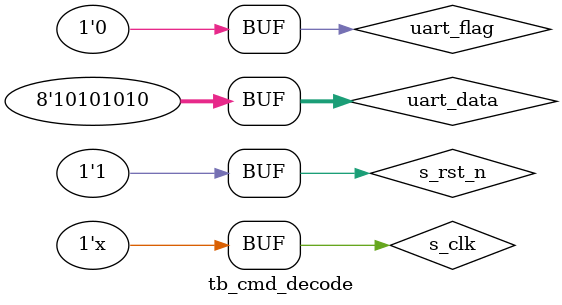
<source format=v>
`timescale      1ns/1ns

module tb_cmd_decode();

reg                             s_clk                           ;       
reg                             s_rst_n                         ;       
reg                             uart_flag                       ;       
reg [7:0]                       uart_data                       ;       
wire                            wr_trig                         ;       
wire                            rd_trig                         ;       
wire                            wfifo_wr_en                     ;       
wire [7:0]                      wfifo_data                      ;       

initial begin
s_clk = 1;
s_rst_n = 0;
#100;
s_rst_n = 1;
end

always begin
#10;
s_clk = ~s_clk;
end


initial begin
uart_flag <= 0;
uart_data <= 0;

#200;
uart_flag <= 1;
uart_data <= 8'h55;
#20;
uart_flag <= 0;

#200;
uart_flag <= 1;
uart_data <= 8'h13;
#20;
uart_flag <= 0;

#200;
uart_flag <= 1;
uart_data <= 8'h15;
#20;
uart_flag <= 0;

#200;
uart_flag <= 1;
uart_data <= 8'h32;
#20;
uart_flag <= 0;

#200;
uart_flag <= 1;
uart_data <= 8'h26;
#20;
uart_flag <= 0;

#200;
uart_flag <= 1;
uart_data <= 8'haa;
#20;
uart_flag <= 0;
end





cmd_decode cmd_decode_inst(
        .s_clk                  (s_clk                  ),
        .s_rst_n                (s_rst_n                ),

        .uart_flag              (uart_flag              ),
        .uart_data              (uart_data              ),
        .wr_trig                (wr_trig                ),
        .rd_trig                (rd_trig                ),
        .wfifo_wr_en            (wfifo_wr_en            ),
        .wfifo_data             (wfifo_data             )
);


endmodule

</source>
